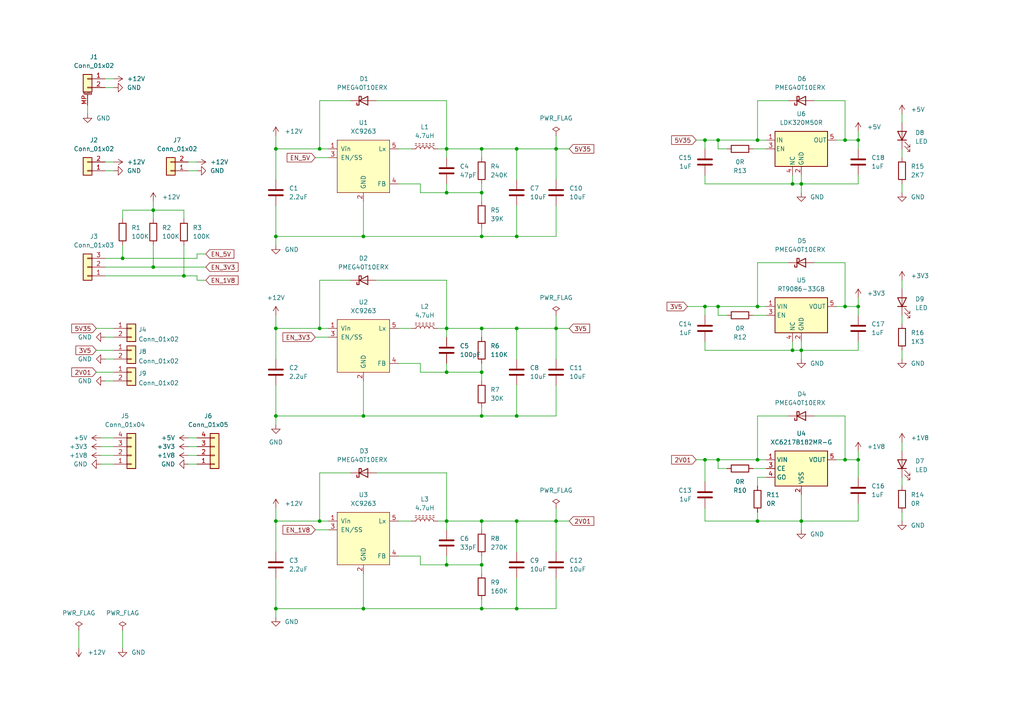
<source format=kicad_sch>
(kicad_sch (version 20211123) (generator eeschema)
  (paper "A4")
  (title_block (title "mod_buck_xc9263") (date "2021-11-04") (rev "v1.0") (company "Antoine163"))
  (lib_symbols
    (symbol "AM163:LDK320M50R" (pin_names (offset 0.254))
      (property "Reference" "U" (at -3.81 5.715 0))
      (property "Value" "LDK320M50R" (at 0 5.715 0))
      (symbol "LDK320M50R_1_1"
        (pin power_in line (at -10.16 2.54 0) (length 2.54) (name "IN") (number "1"))
        (pin power_in line (at 0 -7.62 90) (length 2.54) (name "GND") (number "2"))
        (pin input line (at -10.16 0 0) (length 2.54) (name "EN") (number "3"))
        (pin free line (at -2.54 -7.62 90) (length 2.54) (name "NC") (number "4"))
        (pin power_out line (at 10.16 2.54 180) (length 2.54) (name "OUT") (number "5"))
      )
    )
    (symbol "AM163:RT9086-xxGB"
      (property "Reference" "U" (at 0 6.35 0))
      (property "Value" "RT9086-xxGB" (at 7.62 -6.35 0))
      (symbol "RT9086-xxGB_1_1"
        (pin power_in line (at -10.16 2.54 0) (length 2.54) (name "VIN") (number "1"))
        (pin power_in line (at 0 -7.62 90) (length 2.54) (name "GND") (number "2"))
        (pin input line (at -10.16 0 0) (length 2.54) (name "EN") (number "3"))
        (pin free line (at -2.54 -7.62 90) (length 2.54) (name "NC") (number "4"))
        (pin power_out line (at 10.16 2.54 180) (length 2.54) (name "VOUT") (number "5"))
      )
    )
    (symbol "AM163:XC6217"
      (property "Reference" "U" (at 6.35 6.35 0))
      (property "Value" "XC6217" (at -3.81 6.35 0))
      (symbol "XC6217_1_1"
        (pin power_in line (at -10.16 2.54 0) (length 2.54) (name "VIN") (number "1"))
        (pin power_in line (at 0 -7.62 90) (length 2.54) (name "VSS") (number "2"))
        (pin input line (at -10.16 0 0) (length 2.54) (name "CE") (number "3"))
        (pin input line (at -10.16 -2.54 0) (length 2.54) (name "GO") (number "4"))
        (pin power_out line (at 10.16 2.54 180) (length 2.54) (name "VOUT") (number "5"))
      )
    )
    (symbol "AM163:XC9263" (pin_names (offset 1.016))
      (property "Reference" "U" (at 5.08 8.89 0))
      (property "Value" "XC9263" (at 0 8.89 0))
      (symbol "XC9263_1_1"
        (pin power_in line (at -10.16 5.08 0) (length 2.54) (name "Vin") (number "1"))
        (pin power_in line (at 0 -10.16 90) (length 2.54) (name "GND") (number "2"))
        (pin input line (at -10.16 2.54 0) (length 2.54) (name "EN/SS") (number "3"))
        (pin input line (at 10.16 -5.08 180) (length 2.54) (name "FB") (number "4"))
        (pin output line (at 10.16 5.08 180) (length 2.54) (name "Lx") (number "5"))
      )
    )
    (symbol "Connector_Generic:Conn_01x02" (pin_names (offset 1.016) hide)
      (property "Reference" "J" (at 0 2.54 0))
      (property "Value" "Conn_01x02" (at 0 -5.08 0))
      (symbol "Conn_01x02_1_1"
        (pin passive line (at -5.08 0 0) (length 3.81) (name "Pin_1") (number "1"))
        (pin passive line (at -5.08 -2.54 0) (length 3.81) (name "Pin_2") (number "2"))
      )
    )
    (symbol "Connector_Generic:Conn_01x03" (pin_names (offset 1.016) hide)
      (property "Reference" "J" (at 0 5.08 0))
      (property "Value" "Conn_01x03" (at 0 -5.08 0))
      (symbol "Conn_01x03_1_1"
        (pin passive line (at -5.08 2.54 0) (length 3.81) (name "Pin_1") (number "1"))
        (pin passive line (at -5.08 0 0) (length 3.81) (name "Pin_2") (number "2"))
        (pin passive line (at -5.08 -2.54 0) (length 3.81) (name "Pin_3") (number "3"))
      )
    )
    (symbol "Connector_Generic:Conn_01x04" (pin_names (offset 1.016) hide)
      (property "Reference" "J" (at 0 5.08 0))
      (property "Value" "Conn_01x04" (at 0 -7.62 0))
      (symbol "Conn_01x04_1_1"
        (pin passive line (at -5.08 2.54 0) (length 3.81) (name "Pin_1") (number "1"))
        (pin passive line (at -5.08 0 0) (length 3.81) (name "Pin_2") (number "2"))
        (pin passive line (at -5.08 -2.54 0) (length 3.81) (name "Pin_3") (number "3"))
        (pin passive line (at -5.08 -5.08 0) (length 3.81) (name "Pin_4") (number "4"))
      )
    )
    (symbol "Connector_Generic_MountingPin:Conn_01x02_MountingPin" (pin_names (offset 1.016) hide)
      (property "Reference" "J" (at 0 2.54 0))
      (property "Value" "Conn_01x02_MountingPin" (at 1.27 -5.08 0))
      (symbol "Conn_01x02_MountingPin_1_1"
        (text "Mounting" (at 0 -4.191 0) (effects (font (size 0.381 0.381))))
        (pin passive line (at -5.08 0 0) (length 3.81) (name "Pin_1") (number "1"))
        (pin passive line (at -5.08 -2.54 0) (length 3.81) (name "Pin_2") (number "2"))
        (pin passive line (at 0 -7.62 90) (length 3.048) (name "MountPin") (number "MP"))
      )
    )
    (symbol "Device:C" (pin_numbers hide) (pin_names (offset 0.254))
      (property "Reference" "C" (at 0.635 2.54 0))
      (property "Value" "C" (at 0.635 -2.54 0))
      (symbol "C_1_1"
        (pin passive line (at 0 3.81 270) (length 2.794) (name "~") (number "1"))
        (pin passive line (at 0 -3.81 90) (length 2.794) (name "~") (number "2"))
      )
    )
    (symbol "Device:D_Schottky" (pin_numbers hide) (pin_names (offset 1.016) hide)
      (property "Reference" "D" (at 0 2.54 0))
      (property "Value" "D_Schottky" (at 0 -2.54 0))
      (symbol "D_Schottky_1_1"
        (pin passive line (at -3.81 0 0) (length 2.54) (name "K") (number "1"))
        (pin passive line (at 3.81 0 180) (length 2.54) (name "A") (number "2"))
      )
    )
    (symbol "Device:LED" (pin_numbers hide) (pin_names (offset 1.016) hide)
      (property "Reference" "D" (at 0 2.54 0))
      (property "Value" "LED" (at 0 -2.54 0))
      (symbol "LED_1_1"
        (pin passive line (at -3.81 0 0) (length 2.54) (name "K") (number "1"))
        (pin passive line (at 3.81 0 180) (length 2.54) (name "A") (number "2"))
      )
    )
    (symbol "Device:L_Ferrite" (pin_numbers hide) (pin_names (offset 1.016) hide)
      (property "Reference" "L" (at -1.27 0 90))
      (property "Value" "L_Ferrite" (at 2.794 0 90))
      (symbol "L_Ferrite_1_1"
        (pin passive line (at 0 3.81 270) (length 1.27) (name "1") (number "1"))
        (pin passive line (at 0 -3.81 90) (length 1.27) (name "2") (number "2"))
      )
    )
    (symbol "Device:R" (pin_numbers hide) (pin_names (offset 0))
      (property "Reference" "R" (at 2.032 0 90))
      (property "Value" "R" (at 0 0 90))
      (symbol "R_1_1"
        (pin passive line (at 0 3.81 270) (length 1.27) (name "~") (number "1"))
        (pin passive line (at 0 -3.81 90) (length 1.27) (name "~") (number "2"))
      )
    )
    (symbol "power:+12V" (power) (pin_names (offset 0))
      (property "Value" "+12V" (at 0 3.556 0))
      (symbol "+12V_1_1"
        (pin power_in line (at 0 0 90) (length 0) hide (name "+12V") (number "1"))
      )
    )
    (symbol "power:+1V8" (power) (pin_names (offset 0))
      (property "Value" "+1V8" (at 0 3.556 0))
      (symbol "+1V8_1_1"
        (pin power_in line (at 0 0 90) (length 0) hide (name "+1V8") (number "1"))
      )
    )
    (symbol "power:+3V3" (power) (pin_names (offset 0))
      (property "Value" "+3V3" (at 0 3.556 0))
      (symbol "+3V3_1_1"
        (pin power_in line (at 0 0 90) (length 0) hide (name "+3V3") (number "1"))
      )
    )
    (symbol "power:+5V" (power) (pin_names (offset 0))
      (property "Value" "+5V" (at 0 3.556 0))
      (symbol "+5V_1_1"
        (pin power_in line (at 0 0 90) (length 0) hide (name "+5V") (number "1"))
      )
    )
    (symbol "power:GND" (power) (pin_names (offset 0))
      (property "Value" "GND" (at 0 -3.81 0))
      (symbol "GND_1_1"
        (pin power_in line (at 0 0 270) (length 0) hide (name "GND") (number "1"))
      )
    )
    (symbol "power:PWR_FLAG" (power) (pin_numbers hide) (pin_names (offset 0) hide)
      (property "Value" "PWR_FLAG" (at 0 3.81 0))
      (symbol "PWR_FLAG_0_0"
        (pin power_out line (at 0 0 90) (length 0) (name "pwr") (number "1"))
      )
    )
  )
  (junction (at 129.54 151.13))
  (junction (at 232.41 151.13))
  (junction (at 105.41 176.53))
  (junction (at 149.86 120.65))
  (junction (at 245.11 133.35))
  (junction (at 139.7 107.95))
  (junction (at 149.86 151.13))
  (junction (at 149.86 176.53))
  (junction (at 248.92 133.35))
  (junction (at 92.71 43.18))
  (junction (at 129.54 163.83))
  (junction (at 80.01 95.25))
  (junction (at 245.11 88.9))
  (junction (at 80.01 120.65))
  (junction (at 149.86 43.18))
  (junction (at 229.87 101.6))
  (junction (at 53.34 80.01))
  (junction (at 208.28 88.9))
  (junction (at 161.29 151.13))
  (junction (at 229.87 53.34))
  (junction (at 219.71 133.35))
  (junction (at 139.7 95.25))
  (junction (at 139.7 68.58))
  (junction (at 204.47 88.9))
  (junction (at 80.01 43.18))
  (junction (at 139.7 55.88))
  (junction (at 129.54 55.88))
  (junction (at 232.41 53.34))
  (junction (at 80.01 176.53))
  (junction (at 92.71 151.13))
  (junction (at 139.7 163.83))
  (junction (at 161.29 95.25))
  (junction (at 248.92 88.9))
  (junction (at 129.54 43.18))
  (junction (at 129.54 95.25))
  (junction (at 208.28 133.35))
  (junction (at 35.56 74.93))
  (junction (at 44.45 77.47))
  (junction (at 139.7 176.53))
  (junction (at 219.71 40.64))
  (junction (at 161.29 43.18))
  (junction (at 204.47 133.35))
  (junction (at 139.7 120.65))
  (junction (at 149.86 68.58))
  (junction (at 80.01 68.58))
  (junction (at 219.71 88.9))
  (junction (at 245.11 40.64))
  (junction (at 149.86 95.25))
  (junction (at 105.41 68.58))
  (junction (at 44.45 60.96))
  (junction (at 248.92 40.64))
  (junction (at 208.28 40.64))
  (junction (at 92.71 95.25))
  (junction (at 232.41 101.6))
  (junction (at 129.54 107.95))
  (junction (at 139.7 43.18))
  (junction (at 105.41 120.65))
  (junction (at 80.01 151.13))
  (junction (at 219.71 151.13))
  (junction (at 139.7 151.13))
  (junction (at 204.47 40.64))
  (wire (pts (xy 30.48 77.47) (xy 44.45 77.47)))
  (wire (pts (xy 44.45 77.47) (xy 59.69 77.47)))
  (wire (pts (xy 53.34 71.12) (xy 53.34 80.01)))
  (wire (pts (xy 248.92 146.05) (xy 248.92 151.13)))
  (wire (pts (xy 248.92 151.13) (xy 232.41 151.13)))
  (wire (pts (xy 105.41 120.65) (xy 80.01 120.65)))
  (wire (pts (xy 33.02 107.95) (xy 27.94 107.95)))
  (wire (pts (xy 161.29 95.25) (xy 149.86 95.25)))
  (wire (pts (xy 261.62 101.6) (xy 261.62 104.14)))
  (wire (pts (xy 261.62 33.02) (xy 261.62 35.56)))
  (wire (pts (xy 248.92 99.06) (xy 248.92 101.6)))
  (wire (pts (xy 248.92 101.6) (xy 232.41 101.6)))
  (wire (pts (xy 161.29 160.02) (xy 161.29 151.13)))
  (wire (pts (xy 115.57 151.13) (xy 119.38 151.13)))
  (wire (pts (xy 204.47 50.8) (xy 204.47 53.34)))
  (wire (pts (xy 204.47 53.34) (xy 229.87 53.34)))
  (wire (pts (xy 261.62 138.43) (xy 261.62 140.97)))
  (wire (pts (xy 161.29 151.13) (xy 149.86 151.13)))
  (wire (pts (xy 208.28 91.44) (xy 208.28 88.9)))
  (wire (pts (xy 210.82 91.44) (xy 208.28 91.44)))
  (wire (pts (xy 33.02 132.08) (xy 29.21 132.08)))
  (wire (pts (xy 161.29 43.18) (xy 149.86 43.18)))
  (wire (pts (xy 161.29 52.07) (xy 161.29 43.18)))
  (wire (pts (xy 129.54 105.41) (xy 129.54 107.95)))
  (wire (pts (xy 129.54 95.25) (xy 139.7 95.25)))
  (wire (pts (xy 204.47 40.64) (xy 208.28 40.64)))
  (wire (pts (xy 208.28 40.64) (xy 219.71 40.64)))
  (wire (pts (xy 201.93 40.64) (xy 204.47 40.64)))
  (wire (pts (xy 219.71 40.64) (xy 222.25 40.64)))
  (wire (pts (xy 92.71 137.16) (xy 92.71 151.13)))
  (wire (pts (xy 33.02 127) (xy 29.21 127)))
  (wire (pts (xy 30.48 74.93) (xy 35.56 74.93)))
  (wire (pts (xy 35.56 74.93) (xy 57.15 74.93)))
  (wire (pts (xy 208.28 43.18) (xy 208.28 40.64)))
  (wire (pts (xy 210.82 43.18) (xy 208.28 43.18)))
  (wire (pts (xy 80.01 151.13) (xy 92.71 151.13)))
  (wire (pts (xy 22.86 182.88) (xy 22.86 187.96)))
  (wire (pts (xy 236.22 120.65) (xy 245.11 120.65)))
  (wire (pts (xy 245.11 120.65) (xy 245.11 133.35)))
  (wire (pts (xy 161.29 120.65) (xy 149.86 120.65)))
  (wire (pts (xy 109.22 137.16) (xy 129.54 137.16)))
  (wire (pts (xy 219.71 29.21) (xy 219.71 40.64)))
  (wire (pts (xy 228.6 29.21) (xy 219.71 29.21)))
  (wire (pts (xy 219.71 148.59) (xy 219.71 151.13)))
  (wire (pts (xy 219.71 151.13) (xy 232.41 151.13)))
  (wire (pts (xy 242.57 88.9) (xy 245.11 88.9)))
  (wire (pts (xy 245.11 88.9) (xy 248.92 88.9)))
  (wire (pts (xy 248.92 88.9) (xy 248.92 91.44)))
  (wire (pts (xy 161.29 91.44) (xy 161.29 95.25)))
  (wire (pts (xy 115.57 161.29) (xy 121.92 161.29)))
  (wire (pts (xy 33.02 104.14) (xy 30.48 104.14)))
  (wire (pts (xy 80.01 120.65) (xy 80.01 123.19)))
  (wire (pts (xy 25.4 30.48) (xy 25.4 33.02)))
  (wire (pts (xy 149.86 95.25) (xy 139.7 95.25)))
  (wire (pts (xy 204.47 88.9) (xy 204.47 91.44)))
  (wire (pts (xy 91.44 153.67) (xy 95.25 153.67)))
  (wire (pts (xy 33.02 110.49) (xy 30.48 110.49)))
  (wire (pts (xy 139.7 151.13) (xy 139.7 153.67)))
  (wire (pts (xy 129.54 55.88) (xy 139.7 55.88)))
  (wire (pts (xy 129.54 53.34) (xy 129.54 55.88)))
  (wire (pts (xy 30.48 46.99) (xy 33.02 46.99)))
  (wire (pts (xy 57.15 129.54) (xy 54.61 129.54)))
  (wire (pts (xy 57.15 132.08) (xy 54.61 132.08)))
  (wire (pts (xy 161.29 59.69) (xy 161.29 68.58)))
  (wire (pts (xy 161.29 68.58) (xy 149.86 68.58)))
  (wire (pts (xy 245.11 133.35) (xy 248.92 133.35)))
  (wire (pts (xy 242.57 133.35) (xy 245.11 133.35)))
  (wire (pts (xy 248.92 133.35) (xy 248.92 138.43)))
  (wire (pts (xy 33.02 97.79) (xy 30.48 97.79)))
  (wire (pts (xy 80.01 59.69) (xy 80.01 68.58)))
  (wire (pts (xy 80.01 68.58) (xy 80.01 71.12)))
  (wire (pts (xy 109.22 81.28) (xy 129.54 81.28)))
  (wire (pts (xy 149.86 176.53) (xy 139.7 176.53)))
  (wire (pts (xy 242.57 40.64) (xy 245.11 40.64)))
  (wire (pts (xy 245.11 40.64) (xy 248.92 40.64)))
  (wire (pts (xy 248.92 40.64) (xy 248.92 43.18)))
  (wire (pts (xy 129.54 151.13) (xy 139.7 151.13)))
  (wire (pts (xy 236.22 76.2) (xy 245.11 76.2)))
  (wire (pts (xy 245.11 76.2) (xy 245.11 88.9)))
  (wire (pts (xy 105.41 110.49) (xy 105.41 120.65)))
  (wire (pts (xy 80.01 39.37) (xy 80.01 43.18)))
  (wire (pts (xy 80.01 43.18) (xy 80.01 52.07)))
  (wire (pts (xy 204.47 133.35) (xy 204.47 139.7)))
  (wire (pts (xy 139.7 95.25) (xy 139.7 97.79)))
  (wire (pts (xy 248.92 50.8) (xy 248.92 53.34)))
  (wire (pts (xy 248.92 53.34) (xy 232.41 53.34)))
  (wire (pts (xy 218.44 135.89) (xy 222.25 135.89)))
  (wire (pts (xy 149.86 151.13) (xy 139.7 151.13)))
  (wire (pts (xy 80.01 147.32) (xy 80.01 151.13)))
  (wire (pts (xy 35.56 60.96) (xy 44.45 60.96)))
  (wire (pts (xy 35.56 63.5) (xy 35.56 60.96)))
  (wire (pts (xy 54.61 49.53) (xy 57.15 49.53)))
  (wire (pts (xy 54.61 134.62) (xy 57.15 134.62)))
  (wire (pts (xy 129.54 137.16) (xy 129.54 151.13)))
  (wire (pts (xy 139.7 120.65) (xy 105.41 120.65)))
  (wire (pts (xy 54.61 127) (xy 57.15 127)))
  (wire (pts (xy 127 43.18) (xy 129.54 43.18)))
  (wire (pts (xy 129.54 43.18) (xy 139.7 43.18)))
  (wire (pts (xy 139.7 43.18) (xy 139.7 45.72)))
  (wire (pts (xy 33.02 134.62) (xy 29.21 134.62)))
  (wire (pts (xy 80.01 43.18) (xy 92.71 43.18)))
  (wire (pts (xy 92.71 43.18) (xy 95.25 43.18)))
  (wire (pts (xy 57.15 73.66) (xy 57.15 74.93)))
  (wire (pts (xy 59.69 73.66) (xy 57.15 73.66)))
  (wire (pts (xy 115.57 43.18) (xy 119.38 43.18)))
  (wire (pts (xy 161.29 176.53) (xy 149.86 176.53)))
  (wire (pts (xy 30.48 25.4) (xy 33.02 25.4)))
  (wire (pts (xy 121.92 163.83) (xy 129.54 163.83)))
  (wire (pts (xy 229.87 50.8) (xy 229.87 53.34)))
  (wire (pts (xy 229.87 53.34) (xy 232.41 53.34)))
  (wire (pts (xy 232.41 53.34) (xy 232.41 50.8)))
  (wire (pts (xy 139.7 163.83) (xy 139.7 166.37)))
  (wire (pts (xy 33.02 101.6) (xy 27.94 101.6)))
  (wire (pts (xy 80.01 111.76) (xy 80.01 120.65)))
  (wire (pts (xy 80.01 91.44) (xy 80.01 95.25)))
  (wire (pts (xy 44.45 60.96) (xy 44.45 63.5)))
  (wire (pts (xy 218.44 91.44) (xy 222.25 91.44)))
  (wire (pts (xy 208.28 133.35) (xy 219.71 133.35)))
  (wire (pts (xy 219.71 133.35) (xy 222.25 133.35)))
  (wire (pts (xy 201.93 133.35) (xy 204.47 133.35)))
  (wire (pts (xy 204.47 133.35) (xy 208.28 133.35)))
  (wire (pts (xy 236.22 29.21) (xy 245.11 29.21)))
  (wire (pts (xy 245.11 29.21) (xy 245.11 40.64)))
  (wire (pts (xy 161.29 95.25) (xy 165.1 95.25)))
  (wire (pts (xy 80.01 95.25) (xy 80.01 104.14)))
  (wire (pts (xy 129.54 161.29) (xy 129.54 163.83)))
  (wire (pts (xy 261.62 148.59) (xy 261.62 151.13)))
  (wire (pts (xy 139.7 107.95) (xy 139.7 110.49)))
  (wire (pts (xy 232.41 53.34) (xy 232.41 55.88)))
  (wire (pts (xy 139.7 173.99) (xy 139.7 176.53)))
  (wire (pts (xy 129.54 163.83) (xy 139.7 163.83)))
  (wire (pts (xy 129.54 29.21) (xy 129.54 43.18)))
  (wire (pts (xy 109.22 29.21) (xy 129.54 29.21)))
  (wire (pts (xy 92.71 81.28) (xy 92.71 95.25)))
  (wire (pts (xy 248.92 130.81) (xy 248.92 133.35)))
  (wire (pts (xy 121.92 107.95) (xy 129.54 107.95)))
  (wire (pts (xy 161.29 111.76) (xy 161.29 120.65)))
  (wire (pts (xy 80.01 176.53) (xy 80.01 179.07)))
  (wire (pts (xy 115.57 53.34) (xy 121.92 53.34)))
  (wire (pts (xy 121.92 53.34) (xy 121.92 55.88)))
  (wire (pts (xy 121.92 55.88) (xy 129.54 55.88)))
  (wire (pts (xy 105.41 176.53) (xy 80.01 176.53)))
  (wire (pts (xy 261.62 53.34) (xy 261.62 55.88)))
  (wire (pts (xy 129.54 151.13) (xy 129.54 153.67)))
  (wire (pts (xy 30.48 22.86) (xy 33.02 22.86)))
  (wire (pts (xy 149.86 68.58) (xy 139.7 68.58)))
  (wire (pts (xy 149.86 59.69) (xy 149.86 68.58)))
  (wire (pts (xy 121.92 105.41) (xy 121.92 107.95)))
  (wire (pts (xy 204.47 40.64) (xy 204.47 43.18)))
  (wire (pts (xy 161.29 104.14) (xy 161.29 95.25)))
  (wire (pts (xy 248.92 38.1) (xy 248.92 40.64)))
  (wire (pts (xy 53.34 80.01) (xy 30.48 80.01)))
  (wire (pts (xy 57.15 80.01) (xy 53.34 80.01)))
  (wire (pts (xy 57.15 81.28) (xy 57.15 80.01)))
  (wire (pts (xy 59.69 81.28) (xy 57.15 81.28)))
  (wire (pts (xy 261.62 91.44) (xy 261.62 93.98)))
  (wire (pts (xy 44.45 60.96) (xy 53.34 60.96)))
  (wire (pts (xy 44.45 60.96) (xy 44.45 58.42)))
  (wire (pts (xy 53.34 63.5) (xy 53.34 60.96)))
  (wire (pts (xy 210.82 135.89) (xy 208.28 135.89)))
  (wire (pts (xy 208.28 135.89) (xy 208.28 133.35)))
  (wire (pts (xy 80.01 151.13) (xy 80.01 160.02)))
  (wire (pts (xy 91.44 97.79) (xy 95.25 97.79)))
  (wire (pts (xy 219.71 120.65) (xy 219.71 133.35)))
  (wire (pts (xy 228.6 120.65) (xy 219.71 120.65)))
  (wire (pts (xy 149.86 167.64) (xy 149.86 176.53)))
  (wire (pts (xy 139.7 118.11) (xy 139.7 120.65)))
  (wire (pts (xy 139.7 53.34) (xy 139.7 55.88)))
  (wire (pts (xy 139.7 55.88) (xy 139.7 58.42)))
  (wire (pts (xy 139.7 176.53) (xy 105.41 176.53)))
  (wire (pts (xy 92.71 151.13) (xy 95.25 151.13)))
  (wire (pts (xy 139.7 105.41) (xy 139.7 107.95)))
  (wire (pts (xy 261.62 81.28) (xy 261.62 83.82)))
  (wire (pts (xy 92.71 29.21) (xy 92.71 43.18)))
  (wire (pts (xy 101.6 29.21) (xy 92.71 29.21)))
  (wire (pts (xy 149.86 160.02) (xy 149.86 151.13)))
  (wire (pts (xy 91.44 45.72) (xy 95.25 45.72)))
  (wire (pts (xy 149.86 104.14) (xy 149.86 95.25)))
  (wire (pts (xy 248.92 86.36) (xy 248.92 88.9)))
  (wire (pts (xy 35.56 71.12) (xy 35.56 74.93)))
  (wire (pts (xy 127 95.25) (xy 129.54 95.25)))
  (wire (pts (xy 44.45 71.12) (xy 44.45 77.47)))
  (wire (pts (xy 80.01 95.25) (xy 92.71 95.25)))
  (wire (pts (xy 149.86 120.65) (xy 139.7 120.65)))
  (wire (pts (xy 101.6 137.16) (xy 92.71 137.16)))
  (wire (pts (xy 129.54 43.18) (xy 129.54 45.72)))
  (wire (pts (xy 115.57 105.41) (xy 121.92 105.41)))
  (wire (pts (xy 161.29 39.37) (xy 161.29 43.18)))
  (wire (pts (xy 127 151.13) (xy 129.54 151.13)))
  (wire (pts (xy 139.7 161.29) (xy 139.7 163.83)))
  (wire (pts (xy 129.54 95.25) (xy 129.54 97.79)))
  (wire (pts (xy 161.29 151.13) (xy 165.1 151.13)))
  (wire (pts (xy 149.86 111.76) (xy 149.86 120.65)))
  (wire (pts (xy 204.47 99.06) (xy 204.47 101.6)))
  (wire (pts (xy 204.47 101.6) (xy 229.87 101.6)))
  (wire (pts (xy 161.29 43.18) (xy 165.1 43.18)))
  (wire (pts (xy 121.92 161.29) (xy 121.92 163.83)))
  (wire (pts (xy 229.87 99.06) (xy 229.87 101.6)))
  (wire (pts (xy 229.87 101.6) (xy 232.41 101.6)))
  (wire (pts (xy 129.54 107.95) (xy 139.7 107.95)))
  (wire (pts (xy 232.41 143.51) (xy 232.41 151.13)))
  (wire (pts (xy 232.41 151.13) (xy 232.41 153.67)))
  (wire (pts (xy 232.41 99.06) (xy 232.41 101.6)))
  (wire (pts (xy 232.41 101.6) (xy 232.41 104.14)))
  (wire (pts (xy 92.71 95.25) (xy 95.25 95.25)))
  (wire (pts (xy 161.29 167.64) (xy 161.29 176.53)))
  (wire (pts (xy 80.01 167.64) (xy 80.01 176.53)))
  (wire (pts (xy 219.71 138.43) (xy 219.71 140.97)))
  (wire (pts (xy 222.25 138.43) (xy 219.71 138.43)))
  (wire (pts (xy 204.47 147.32) (xy 204.47 151.13)))
  (wire (pts (xy 204.47 151.13) (xy 219.71 151.13)))
  (wire (pts (xy 115.57 95.25) (xy 119.38 95.25)))
  (wire (pts (xy 33.02 129.54) (xy 29.21 129.54)))
  (wire (pts (xy 261.62 128.27) (xy 261.62 130.81)))
  (wire (pts (xy 199.39 88.9) (xy 204.47 88.9)))
  (wire (pts (xy 204.47 88.9) (xy 208.28 88.9)))
  (wire (pts (xy 219.71 88.9) (xy 222.25 88.9)))
  (wire (pts (xy 208.28 88.9) (xy 219.71 88.9)))
  (wire (pts (xy 139.7 66.04) (xy 139.7 68.58)))
  (wire (pts (xy 105.41 68.58) (xy 80.01 68.58)))
  (wire (pts (xy 139.7 68.58) (xy 105.41 68.58)))
  (wire (pts (xy 105.41 166.37) (xy 105.41 176.53)))
  (wire (pts (xy 261.62 43.18) (xy 261.62 45.72)))
  (wire (pts (xy 105.41 58.42) (xy 105.41 68.58)))
  (wire (pts (xy 149.86 43.18) (xy 139.7 43.18)))
  (wire (pts (xy 149.86 52.07) (xy 149.86 43.18)))
  (wire (pts (xy 219.71 76.2) (xy 219.71 88.9)))
  (wire (pts (xy 228.6 76.2) (xy 219.71 76.2)))
  (wire (pts (xy 218.44 43.18) (xy 222.25 43.18)))
  (wire (pts (xy 101.6 81.28) (xy 92.71 81.28)))
  (wire (pts (xy 161.29 147.32) (xy 161.29 151.13)))
  (wire (pts (xy 35.56 182.88) (xy 35.56 187.96)))
  (wire (pts (xy 33.02 95.25) (xy 27.94 95.25)))
  (wire (pts (xy 129.54 81.28) (xy 129.54 95.25)))
  (wire (pts (xy 30.48 49.53) (xy 33.02 49.53)))
  (wire (pts (xy 54.61 46.99) (xy 57.15 46.99)))
  (global_label "3V5" (shape input) (at 165.1 95.25 0) (property "Intersheet References" "${INTERSHEET_REFS}" (effects hide)))
  (global_label "2V01" (shape input) (at 201.93 133.35 180) (property "Intersheet References" "${INTERSHEET_REFS}" (effects hide)))
  (global_label "EN_1V8" (shape input) (at 91.44 153.67 180) (property "Intersheet References" "${INTERSHEET_REFS}" (effects hide)))
  (global_label "2V01" (shape input) (at 27.94 107.95 180) (property "Intersheet References" "${INTERSHEET_REFS}" (effects hide)))
  (global_label "2V01" (shape input) (at 165.1 151.13 0) (property "Intersheet References" "${INTERSHEET_REFS}" (effects hide)))
  (global_label "5V35" (shape input) (at 27.94 95.25 180) (property "Intersheet References" "${INTERSHEET_REFS}" (effects hide)))
  (global_label "EN_5V" (shape input) (at 59.69 73.66 0) (property "Intersheet References" "${INTERSHEET_REFS}" (effects hide)))
  (global_label "EN_3V3" (shape input) (at 59.69 77.47 0) (property "Intersheet References" "${INTERSHEET_REFS}" (effects hide)))
  (global_label "EN_5V" (shape input) (at 91.44 45.72 180) (property "Intersheet References" "${INTERSHEET_REFS}" (effects hide)))
  (global_label "5V35" (shape input) (at 201.93 40.64 180) (property "Intersheet References" "${INTERSHEET_REFS}" (effects hide)))
  (global_label "EN_3V3" (shape input) (at 91.44 97.79 180) (property "Intersheet References" "${INTERSHEET_REFS}" (effects hide)))
  (global_label "3V5" (shape input) (at 27.94 101.6 180) (property "Intersheet References" "${INTERSHEET_REFS}" (effects hide)))
  (global_label "5V35" (shape input) (at 165.1 43.18 0) (property "Intersheet References" "${INTERSHEET_REFS}" (effects hide)))
  (global_label "3V5" (shape input) (at 199.39 88.9 180) (property "Intersheet References" "${INTERSHEET_REFS}" (effects hide)))
  (global_label "EN_1V8" (shape input) (at 59.69 81.28 0) (property "Intersheet References" "${INTERSHEET_REFS}" (effects hide)))
  (symbol (lib_id "Device:D_Schottky") (at 232.41 120.65 0) (mirror x) (unit 1)
    (property "Reference" "D4" (at 231.2416 114.3 0) (effects (justify left)))
    (property "Value" "PMEG40T10ERX" (at 224.663 116.84 0) (effects (justify left)))
    (property "Footprint" "Diode_SMD:Nexperia_CFP3_SOD-123W" (effects hide))
    (property "Datasheet" "https://assets.nexperia.com/documents/data-sheet/PMEG40T10ER.pdf" (effects hide))
    (property "Vendor" "Nexperia:PMEG40T10ERX" (effects hide))
  )
  (symbol (lib_id "Device:LED") (at 261.62 87.63 90) (unit 1)
    (property "Reference" "D9" (at 265.43 86.7409 90) (effects (justify right)))
    (property "Value" "LED" (at 265.43 89.2809 90) (effects (justify right)))
    (property "Footprint" "LED_SMD:LED_0603_1608Metric_Pad1.05x0.95mm_HandSolder" (effects hide))
    (property "Datasheet" "https://www.we-online.com/catalog/datasheet/150060SS75000.pdf" (effects hide))
    (property "Vendor" "Wurth:150060SS75000" (effects hide))
  )
  (symbol (lib_id "Device:C") (at 204.47 95.25 0) (mirror x) (unit 1)
    (property "Reference" "C14" (at 200.66 93.9799 0) (effects (justify right)))
    (property "Value" "1uF" (at 200.66 96.5199 0) (effects (justify right)))
    (property "Footprint" "Capacitor_SMD:C_0603_1608Metric_Pad1.08x0.95mm_HandSolder" (effects hide))
  )
  (symbol (lib_id "Device:R") (at 53.34 67.31 0) (mirror y) (unit 1)
    (property "Reference" "R3" (at 55.88 66.0399 0) (effects (justify right)))
    (property "Value" "100K" (at 55.88 68.5799 0) (effects (justify right)))
    (property "Footprint" "Resistor_SMD:R_0402_1005Metric_Pad0.72x0.64mm_HandSolder" (effects hide))
  )
  (symbol (lib_id "Device:R") (at 261.62 97.79 0) (unit 1)
    (property "Reference" "R16" (at 264.16 96.5199 0) (effects (justify left)))
    (property "Value" "1K3" (at 264.16 99.0599 0) (effects (justify left)))
    (property "Footprint" "Resistor_SMD:R_0402_1005Metric_Pad0.72x0.64mm_HandSolder" (effects hide))
  )
  (symbol (lib_id "power:GND") (at 29.21 134.62 270) (mirror x) (unit 1)
    (property "Reference" "#PWR0108" (effects hide))
    (property "Value" "GND" (at 25.4 134.6199 90) (effects (justify right)))
  )
  (symbol (lib_id "Device:C") (at 80.01 163.83 0) (unit 1)
    (property "Reference" "C3" (at 83.82 162.5599 0) (effects (justify left)))
    (property "Value" "2.2uF" (at 83.82 165.0999 0) (effects (justify left)))
    (property "Footprint" "Capacitor_SMD:C_0603_1608Metric_Pad1.08x0.95mm_HandSolder" (effects hide))
  )
  (symbol (lib_id "Device:C") (at 248.92 142.24 0) (unit 1)
    (property "Reference" "C16" (at 252.73 140.9699 0) (effects (justify left)))
    (property "Value" "1uF" (at 252.73 143.5099 0) (effects (justify left)))
    (property "Footprint" "Capacitor_SMD:C_0603_1608Metric_Pad1.08x0.95mm_HandSolder" (effects hide))
  )
  (symbol (lib_id "Device:L_Ferrite") (at 123.19 151.13 90) (unit 1)
    (property "Reference" "L3" (at 123.19 144.78 90))
    (property "Value" "4.7uH" (at 123.19 147.32 90))
    (property "Footprint" "AM163:L_TDK_VLS252012HBX_Handsoldering" (effects hide))
    (property "Datasheet" "https://product.tdk.com/system/files/dam/doc/product/inductor/inductor/smd/catalog/inductor_commercial_power_vls252012hbx-1_en.pdf" (effects hide))
    (property "Vendor" "TDK:VLS252012HBX-4R7M-1" (effects hide))
  )
  (symbol (lib_id "power:GND") (at 25.4 33.02 0) (mirror y) (unit 1)
    (property "Reference" "#PWR0135" (effects hide))
    (property "Value" "GND" (at 27.94 34.2899 0) (effects (justify right)))
  )
  (symbol (lib_id "power:GND") (at 35.56 187.96 0) (unit 1)
    (property "Reference" "#PWR0139" (effects hide))
    (property "Value" "GND" (at 38.1 189.2298 0) (effects (justify left)))
  )
  (symbol (lib_id "Device:D_Schottky") (at 105.41 81.28 0) (mirror x) (unit 1)
    (property "Reference" "D2" (at 105.41 74.93 0))
    (property "Value" "PMEG40T10ERX" (at 105.41 77.47 0))
    (property "Footprint" "Diode_SMD:Nexperia_CFP3_SOD-123W" (effects hide))
    (property "Datasheet" "https://assets.nexperia.com/documents/data-sheet/PMEG40T10ER.pdf" (effects hide))
    (property "Vendor" "Nexperia:PMEG40T10ERX" (effects hide))
  )
  (symbol (lib_id "AM163:RT9086-xxGB") (at 232.41 91.44 0) (unit 1)
    (property "Reference" "U5" (at 232.41 81.28 0))
    (property "Value" "RT9086-33GB" (at 232.41 83.82 0))
    (property "Footprint" "Package_TO_SOT_SMD:SOT-23-5" (effects hide))
    (property "Datasheet" "https://www.richtek.com/assets/product_file/RT9086/DS9086-07.pdf" (effects hide))
  )
  (symbol (lib_id "Device:C") (at 248.92 46.99 0) (unit 1)
    (property "Reference" "C18" (at 252.73 45.7199 0) (effects (justify left)))
    (property "Value" "1uF" (at 252.73 48.2599 0) (effects (justify left)))
    (property "Footprint" "Capacitor_SMD:C_0603_1608Metric_Pad1.08x0.95mm_HandSolder" (effects hide))
  )
  (symbol (lib_id "power:+1V8") (at 248.92 130.81 0) (unit 1)
    (property "Reference" "#PWR0122" (effects hide))
    (property "Value" "+1V8" (at 251.46 129.5399 0) (effects (justify left)))
  )
  (symbol (lib_id "power:GND") (at 261.62 151.13 0) (unit 1)
    (property "Reference" "#PWR0124" (effects hide))
    (property "Value" "GND" (at 264.16 152.3999 0) (effects (justify left)))
  )
  (symbol (lib_id "Device:C") (at 161.29 55.88 0) (unit 1)
    (property "Reference" "C10" (at 165.1 54.6099 0) (effects (justify left)))
    (property "Value" "10uF" (at 165.1 57.1499 0) (effects (justify left)))
    (property "Footprint" "Capacitor_SMD:C_0805_2012Metric_Pad1.18x1.45mm_HandSolder" (effects hide))
  )
  (symbol (lib_id "Connector_Generic:Conn_01x02") (at 38.1 107.95 0) (unit 1)
    (property "Reference" "J9" (at 40.132 108.3115 0) (effects (justify left)))
    (property "Value" "Conn_01x02" (at 40.132 111.0866 0) (effects (justify left)))
    (property "Footprint" "Connector_JST:JST_PH_B2B-PH-K_1x02_P2.00mm_Vertical" (effects hide))
    (property "Datasheet" "https://www.jst.fr/core/file.get?path=doc/jst/family/pdf/ePH.pdf" (effects hide))
    (property "Vendor" "JST:B2B-PH-K-S" (effects hide))
  )
  (symbol (lib_id "power:GND") (at 33.02 49.53 90) (unit 1)
    (property "Reference" "#PWR0101" (effects hide))
    (property "Value" "GND" (at 36.83 49.5299 90) (effects (justify right)))
  )
  (symbol (lib_id "power:+12V") (at 80.01 147.32 0) (unit 1)
    (property "Reference" "#PWR0116" (effects hide))
    (property "Value" "+12V" (at 82.55 146.0499 0) (effects (justify left)))
  )
  (symbol (lib_id "Device:L_Ferrite") (at 123.19 43.18 90) (unit 1)
    (property "Reference" "L1" (at 123.19 36.83 90))
    (property "Value" "4.7uH" (at 123.19 39.37 90))
    (property "Footprint" "AM163:L_TDK_VLS252012HBX_Handsoldering" (effects hide))
    (property "Datasheet" "https://product.tdk.com/system/files/dam/doc/product/inductor/inductor/smd/catalog/inductor_commercial_power_vls252012hbx-1_en.pdf" (effects hide))
    (property "Vendor" "TDK:VLS252012HBX-4R7M-1" (effects hide))
  )
  (symbol (lib_id "power:+3V3") (at 248.92 86.36 0) (mirror y) (unit 1)
    (property "Reference" "#PWR0123" (effects hide))
    (property "Value" "+3V3" (at 251.46 85.0899 0) (effects (justify right)))
  )
  (symbol (lib_id "AM163:XC6217") (at 232.41 135.89 0) (unit 1)
    (property "Reference" "U4" (at 232.41 125.73 0))
    (property "Value" "XC6217B182MR-G" (at 232.41 128.27 0))
    (property "Footprint" "Package_TO_SOT_SMD:SOT-23-5" (effects hide))
    (property "Datasheet" "https://www.torexsemi.com/file/xc6217/XC6217.pdf" (effects hide))
  )
  (symbol (lib_id "Device:C") (at 204.47 46.99 0) (mirror x) (unit 1)
    (property "Reference" "C15" (at 200.66 45.7199 0) (effects (justify right)))
    (property "Value" "1uF" (at 200.66 48.2599 0) (effects (justify right)))
    (property "Footprint" "Capacitor_SMD:C_0603_1608Metric_Pad1.08x0.95mm_HandSolder" (effects hide))
  )
  (symbol (lib_id "power:+3V3") (at 54.61 129.54 90) (mirror x) (unit 1)
    (property "Reference" "#PWR0110" (effects hide))
    (property "Value" "+3V3" (at 50.8 129.5399 90) (effects (justify left)))
  )
  (symbol (lib_id "power:+3V3") (at 261.62 81.28 0) (mirror y) (unit 1)
    (property "Reference" "#PWR0133" (effects hide))
    (property "Value" "+3V3" (at 264.16 80.0099 0) (effects (justify right)))
  )
  (symbol (lib_id "power:GND") (at 57.15 49.53 90) (unit 1)
    (property "Reference" "#PWR0128" (effects hide))
    (property "Value" "GND" (at 60.96 49.5299 90) (effects (justify right)))
  )
  (symbol (lib_id "power:+1V8") (at 29.21 132.08 90) (mirror x) (unit 1)
    (property "Reference" "#PWR0107" (effects hide))
    (property "Value" "+1V8" (at 25.4 132.0799 90) (effects (justify left)))
  )
  (symbol (lib_id "power:GND") (at 232.41 153.67 0) (unit 1)
    (property "Reference" "#PWR0126" (effects hide))
    (property "Value" "GND" (at 234.95 154.9399 0) (effects (justify left)))
  )
  (symbol (lib_id "power:+12V") (at 44.45 58.42 0) (unit 1)
    (property "Reference" "#PWR0105" (effects hide))
    (property "Value" "+12V" (at 46.99 57.1499 0) (effects (justify left)))
  )
  (symbol (lib_id "Device:C") (at 149.86 163.83 0) (unit 1)
    (property "Reference" "C9" (at 153.67 162.5599 0) (effects (justify left)))
    (property "Value" "10uF" (at 153.67 165.0999 0) (effects (justify left)))
    (property "Footprint" "Capacitor_SMD:C_0805_2012Metric_Pad1.18x1.45mm_HandSolder" (effects hide))
  )
  (symbol (lib_id "AM163:XC9263") (at 105.41 48.26 0) (unit 1)
    (property "Reference" "U1" (at 105.41 35.56 0))
    (property "Value" "XC9263" (at 105.41 38.1 0))
    (property "Footprint" "Package_TO_SOT_SMD:SOT-23-5" (effects hide))
    (property "Datasheet" "https://www.torexsemi.com/file/xc9263/XC9263-XC9264.pdf" (effects hide))
  )
  (symbol (lib_id "power:PWR_FLAG") (at 161.29 147.32 0) (unit 1)
    (property "Reference" "#FLG0103" (effects hide))
    (property "Value" "PWR_FLAG" (at 161.29 142.24 0))
  )
  (symbol (lib_id "power:GND") (at 30.48 110.49 270) (unit 1)
    (property "Reference" "#PWR0113" (effects hide))
    (property "Value" "GND" (at 26.67 110.4901 90) (effects (justify right)))
  )
  (symbol (lib_id "Device:R") (at 139.7 157.48 0) (unit 1)
    (property "Reference" "R8" (at 142.24 156.2099 0) (effects (justify left)))
    (property "Value" "270K" (at 142.24 158.7499 0) (effects (justify left)))
    (property "Footprint" "Resistor_SMD:R_0402_1005Metric_Pad0.72x0.64mm_HandSolder" (effects hide))
  )
  (symbol (lib_id "power:GND") (at 54.61 134.62 270) (unit 1)
    (property "Reference" "#PWR0112" (effects hide))
    (property "Value" "GND" (at 50.8 134.6199 90) (effects (justify right)))
  )
  (symbol (lib_id "Device:C") (at 129.54 101.6 0) (unit 1)
    (property "Reference" "C5" (at 133.35 100.3299 0) (effects (justify left)))
    (property "Value" "100pF" (at 133.35 102.8699 0) (effects (justify left)))
    (property "Footprint" "Capacitor_SMD:C_0402_1005Metric_Pad0.74x0.62mm_HandSolder" (effects hide))
  )
  (symbol (lib_id "Device:C") (at 204.47 143.51 0) (mirror x) (unit 1)
    (property "Reference" "C13" (at 200.66 142.2399 0) (effects (justify right)))
    (property "Value" "1uF" (at 200.66 144.7799 0) (effects (justify right)))
    (property "Footprint" "Capacitor_SMD:C_0603_1608Metric_Pad1.08x0.95mm_HandSolder" (effects hide))
  )
  (symbol (lib_id "power:+12V") (at 33.02 22.86 270) (mirror x) (unit 1)
    (property "Reference" "#PWR0104" (effects hide))
    (property "Value" "+12V" (at 36.83 22.8601 90) (effects (justify left)))
  )
  (symbol (lib_id "AM163:LDK320M50R") (at 232.41 43.18 0) (unit 1)
    (property "Reference" "U6" (at 232.41 33.02 0))
    (property "Value" "LDK320M50R" (at 232.41 35.56 0))
    (property "Footprint" "Package_TO_SOT_SMD:SOT-23-5" (effects hide))
    (property "Datasheet" "https://www.st.com/resource/en/datasheet/ldk320.pdf" (effects hide))
  )
  (symbol (lib_id "Device:C") (at 149.86 55.88 0) (unit 1)
    (property "Reference" "C7" (at 153.67 54.6099 0) (effects (justify left)))
    (property "Value" "10uF" (at 153.67 57.1499 0) (effects (justify left)))
    (property "Footprint" "Capacitor_SMD:C_0805_2012Metric_Pad1.18x1.45mm_HandSolder" (effects hide))
  )
  (symbol (lib_id "Device:C") (at 149.86 107.95 0) (unit 1)
    (property "Reference" "C8" (at 153.67 106.6799 0) (effects (justify left)))
    (property "Value" "10uF" (at 153.67 109.2199 0) (effects (justify left)))
    (property "Footprint" "Capacitor_SMD:C_0805_2012Metric_Pad1.18x1.45mm_HandSolder" (effects hide))
  )
  (symbol (lib_id "power:+5V") (at 54.61 127 90) (unit 1)
    (property "Reference" "#PWR0109" (effects hide))
    (property "Value" "+5V" (at 50.8 126.9999 90) (effects (justify left)))
  )
  (symbol (lib_id "Device:LED") (at 261.62 39.37 90) (unit 1)
    (property "Reference" "D8" (at 265.43 38.4809 90) (effects (justify right)))
    (property "Value" "LED" (at 265.43 41.0209 90) (effects (justify right)))
    (property "Footprint" "LED_SMD:LED_0603_1608Metric_Pad1.05x0.95mm_HandSolder" (effects hide))
    (property "Datasheet" "https://www.we-online.com/catalog/datasheet/150060SS75000.pdf" (effects hide))
    (property "Vendor" "Wurth:150060SS75000" (effects hide))
  )
  (symbol (lib_id "Connector_Generic:Conn_01x02") (at 49.53 49.53 180) (unit 1)
    (property "Reference" "J7" (at 51.3715 40.64 0))
    (property "Value" "Conn_01x02" (at 51.3715 43.18 0))
    (property "Footprint" "Connector_PinHeader_2.54mm:PinHeader_1x02_P2.54mm_Vertical" (effects hide))
  )
  (symbol (lib_id "Device:D_Schottky") (at 105.41 29.21 0) (mirror x) (unit 1)
    (property "Reference" "D1" (at 104.2416 22.86 0) (effects (justify left)))
    (property "Value" "PMEG40T10ERX" (at 97.663 25.4 0) (effects (justify left)))
    (property "Footprint" "Diode_SMD:Nexperia_CFP3_SOD-123W" (effects hide))
    (property "Datasheet" "https://assets.nexperia.com/documents/data-sheet/PMEG40T10ER.pdf" (effects hide))
    (property "Vendor" "Nexperia:PMEG40T10ERX" (effects hide))
  )
  (symbol (lib_id "Device:C") (at 161.29 163.83 0) (unit 1)
    (property "Reference" "C12" (at 165.1 162.5599 0) (effects (justify left)))
    (property "Value" "10uF" (at 165.1 165.0999 0) (effects (justify left)))
    (property "Footprint" "Capacitor_SMD:C_0805_2012Metric_Pad1.18x1.45mm_HandSolder" (effects hide))
  )
  (symbol (lib_id "power:+5V") (at 29.21 127 90) (mirror x) (unit 1)
    (property "Reference" "#PWR0114" (effects hide))
    (property "Value" "+5V" (at 25.4 126.9999 90) (effects (justify left)))
  )
  (symbol (lib_id "Device:C") (at 80.01 55.88 0) (unit 1)
    (property "Reference" "C1" (at 83.82 54.6099 0) (effects (justify left)))
    (property "Value" "2.2uF" (at 83.82 57.1499 0) (effects (justify left)))
    (property "Footprint" "Capacitor_SMD:C_0603_1608Metric_Pad1.08x0.95mm_HandSolder" (effects hide))
  )
  (symbol (lib_id "Device:R") (at 139.7 62.23 0) (unit 1)
    (property "Reference" "R5" (at 142.24 60.9599 0) (effects (justify left)))
    (property "Value" "39K" (at 142.24 63.4999 0) (effects (justify left)))
    (property "Footprint" "Resistor_SMD:R_0402_1005Metric_Pad0.72x0.64mm_HandSolder" (effects hide))
  )
  (symbol (lib_id "power:GND") (at 80.01 179.07 0) (unit 1)
    (property "Reference" "#PWR0117" (effects hide))
    (property "Value" "GND" (at 82.55 180.3399 0) (effects (justify left)))
  )
  (symbol (lib_id "power:GND") (at 80.01 71.12 0) (unit 1)
    (property "Reference" "#PWR0118" (effects hide))
    (property "Value" "GND" (at 82.55 72.3899 0) (effects (justify left)))
  )
  (symbol (lib_id "Connector_Generic:Conn_01x04") (at 62.23 132.08 0) (mirror x) (unit 1)
    (property "Reference" "J6" (at 60.3885 120.65 0))
    (property "Value" "Conn_01x05" (at 60.3885 123.19 0))
    (property "Footprint" "Connector_PinHeader_2.54mm:PinHeader_1x04_P2.54mm_Vertical" (effects hide))
  )
  (symbol (lib_id "power:+12V") (at 80.01 39.37 0) (unit 1)
    (property "Reference" "#PWR0106" (effects hide))
    (property "Value" "+12V" (at 82.55 38.0999 0) (effects (justify left)))
  )
  (symbol (lib_id "Device:C") (at 129.54 49.53 0) (unit 1)
    (property "Reference" "C4" (at 133.35 48.2599 0) (effects (justify left)))
    (property "Value" "47pF" (at 133.35 50.7999 0) (effects (justify left)))
    (property "Footprint" "Capacitor_SMD:C_0402_1005Metric_Pad0.74x0.62mm_HandSolder" (effects hide))
  )
  (symbol (lib_id "Device:R") (at 261.62 144.78 0) (unit 1)
    (property "Reference" "R14" (at 264.16 143.5099 0) (effects (justify left)))
    (property "Value" "0R" (at 264.16 146.0499 0) (effects (justify left)))
    (property "Footprint" "Resistor_SMD:R_0402_1005Metric_Pad0.72x0.64mm_HandSolder" (effects hide))
  )
  (symbol (lib_id "power:GND") (at 80.01 123.19 0) (unit 1)
    (property "Reference" "#PWR0120" (effects hide))
    (property "Value" "GND" (at 80.01 128.27 0))
  )
  (symbol (lib_id "power:+1V8") (at 261.62 128.27 0) (unit 1)
    (property "Reference" "#PWR0125" (effects hide))
    (property "Value" "+1V8" (at 264.16 126.9999 0) (effects (justify left)))
  )
  (symbol (lib_id "Device:R") (at 139.7 49.53 0) (unit 1)
    (property "Reference" "R4" (at 142.24 48.2599 0) (effects (justify left)))
    (property "Value" "240K" (at 142.24 50.7999 0) (effects (justify left)))
    (property "Footprint" "Resistor_SMD:R_0402_1005Metric_Pad0.72x0.64mm_HandSolder" (effects hide))
  )
  (symbol (lib_id "power:GND") (at 232.41 104.14 0) (unit 1)
    (property "Reference" "#PWR0132" (effects hide))
    (property "Value" "GND" (at 234.95 105.4099 0) (effects (justify left)))
  )
  (symbol (lib_id "Device:R") (at 214.63 135.89 270) (mirror x) (unit 1)
    (property "Reference" "R10" (at 214.63 142.24 90))
    (property "Value" "0R" (at 214.63 139.7 90))
    (property "Footprint" "Resistor_SMD:R_0402_1005Metric_Pad0.72x0.64mm_HandSolder" (effects hide))
  )
  (symbol (lib_id "power:PWR_FLAG") (at 161.29 91.44 0) (unit 1)
    (property "Reference" "#FLG0104" (effects hide))
    (property "Value" "PWR_FLAG" (at 161.29 86.36 0))
  )
  (symbol (lib_id "Device:R") (at 139.7 170.18 0) (unit 1)
    (property "Reference" "R9" (at 142.24 168.9099 0) (effects (justify left)))
    (property "Value" "160K" (at 142.24 171.4499 0) (effects (justify left)))
    (property "Footprint" "Resistor_SMD:R_0402_1005Metric_Pad0.72x0.64mm_HandSolder" (effects hide))
  )
  (symbol (lib_id "power:GND") (at 232.41 55.88 0) (unit 1)
    (property "Reference" "#PWR0129" (effects hide))
    (property "Value" "GND" (at 234.95 57.1499 0) (effects (justify left)))
  )
  (symbol (lib_id "Device:C") (at 129.54 157.48 0) (unit 1)
    (property "Reference" "C6" (at 133.35 156.2099 0) (effects (justify left)))
    (property "Value" "33pF" (at 133.35 158.7499 0) (effects (justify left)))
    (property "Footprint" "Capacitor_SMD:C_0402_1005Metric_Pad0.74x0.62mm_HandSolder" (effects hide))
  )
  (symbol (lib_id "Device:D_Schottky") (at 105.41 137.16 0) (mirror x) (unit 1)
    (property "Reference" "D3" (at 104.2416 130.81 0) (effects (justify left)))
    (property "Value" "PMEG40T10ERX" (at 97.663 133.35 0) (effects (justify left)))
    (property "Footprint" "Diode_SMD:Nexperia_CFP3_SOD-123W" (effects hide))
    (property "Datasheet" "https://assets.nexperia.com/documents/data-sheet/PMEG40T10ER.pdf" (effects hide))
    (property "Vendor" "Nexperia:PMEG40T10ERX" (effects hide))
  )
  (symbol (lib_id "Connector_Generic:Conn_01x03") (at 25.4 77.47 180) (unit 1)
    (property "Reference" "J3" (at 27.2415 68.58 0))
    (property "Value" "Conn_01x03" (at 27.2415 71.12 0))
    (property "Footprint" "Connector_PinHeader_2.54mm:PinHeader_1x03_P2.54mm_Vertical" (effects hide))
  )
  (symbol (lib_id "power:PWR_FLAG") (at 35.56 182.88 0) (unit 1)
    (property "Reference" "#FLG0101" (effects hide))
    (property "Value" "PWR_FLAG" (at 35.56 177.8 0))
  )
  (symbol (lib_id "Device:LED") (at 261.62 134.62 90) (unit 1)
    (property "Reference" "D7" (at 265.43 133.7309 90) (effects (justify right)))
    (property "Value" "LED" (at 265.43 136.2709 90) (effects (justify right)))
    (property "Footprint" "LED_SMD:LED_0603_1608Metric_Pad1.05x0.95mm_HandSolder" (effects hide))
    (property "Datasheet" "https://www.we-online.com/catalog/datasheet/150060SS75000.pdf" (effects hide))
    (property "Vendor" "Wurth:150060SS75000" (effects hide))
  )
  (symbol (lib_id "power:GND") (at 30.48 97.79 270) (unit 1)
    (property "Reference" "#PWR0137" (effects hide))
    (property "Value" "GND" (at 26.67 97.7901 90) (effects (justify right)))
  )
  (symbol (lib_id "Device:R") (at 214.63 43.18 270) (mirror x) (unit 1)
    (property "Reference" "R13" (at 214.63 49.53 90))
    (property "Value" "0R" (at 214.63 46.99 90))
    (property "Footprint" "Resistor_SMD:R_0402_1005Metric_Pad0.72x0.64mm_HandSolder" (effects hide))
  )
  (symbol (lib_id "power:+3V3") (at 29.21 129.54 90) (mirror x) (unit 1)
    (property "Reference" "#PWR0115" (effects hide))
    (property "Value" "+3V3" (at 25.4 129.5399 90) (effects (justify left)))
  )
  (symbol (lib_id "Device:C") (at 80.01 107.95 0) (unit 1)
    (property "Reference" "C2" (at 83.82 106.6799 0) (effects (justify left)))
    (property "Value" "2.2uF" (at 83.82 109.2199 0) (effects (justify left)))
    (property "Footprint" "Capacitor_SMD:C_0603_1608Metric_Pad1.08x0.95mm_HandSolder" (effects hide))
  )
  (symbol (lib_id "power:+12V") (at 33.02 46.99 270) (unit 1)
    (property "Reference" "#PWR0103" (effects hide))
    (property "Value" "+12V" (at 36.83 46.9899 90) (effects (justify left)))
  )
  (symbol (lib_id "power:+12V") (at 22.86 187.96 180) (unit 1)
    (property "Reference" "#PWR0138" (effects hide))
    (property "Value" "+12V" (at 25.4 189.2298 0) (effects (justify right)))
  )
  (symbol (lib_id "Device:D_Schottky") (at 232.41 29.21 0) (mirror x) (unit 1)
    (property "Reference" "D6" (at 231.2416 22.86 0) (effects (justify left)))
    (property "Value" "PMEG40T10ERX" (at 224.663 25.4 0) (effects (justify left)))
    (property "Footprint" "Diode_SMD:Nexperia_CFP3_SOD-123W" (effects hide))
    (property "Datasheet" "https://assets.nexperia.com/documents/data-sheet/PMEG40T10ER.pdf" (effects hide))
    (property "Vendor" "Nexperia:PMEG40T10ERX" (effects hide))
  )
  (symbol (lib_id "Connector_Generic:Conn_01x02") (at 25.4 49.53 180) (unit 1)
    (property "Reference" "J2" (at 27.2415 40.64 0))
    (property "Value" "Conn_01x02" (at 27.2415 43.18 0))
    (property "Footprint" "Connector_PinHeader_2.54mm:PinHeader_1x02_P2.54mm_Vertical" (effects hide))
  )
  (symbol (lib_id "power:PWR_FLAG") (at 161.29 39.37 0) (unit 1)
    (property "Reference" "#FLG0105" (effects hide))
    (property "Value" "PWR_FLAG" (at 161.29 34.29 0))
  )
  (symbol (lib_id "power:GND") (at 261.62 55.88 0) (unit 1)
    (property "Reference" "#PWR0130" (effects hide))
    (property "Value" "GND" (at 264.16 57.1499 0) (effects (justify left)))
  )
  (symbol (lib_id "power:+5V") (at 248.92 38.1 0) (mirror y) (unit 1)
    (property "Reference" "#PWR0121" (effects hide))
    (property "Value" "+5V" (at 251.46 36.8299 0) (effects (justify right)))
  )
  (symbol (lib_id "AM163:XC9263") (at 105.41 100.33 0) (unit 1)
    (property "Reference" "U2" (at 105.41 87.63 0))
    (property "Value" "XC9263" (at 105.41 90.17 0))
    (property "Footprint" "Package_TO_SOT_SMD:SOT-23-5" (effects hide))
    (property "Datasheet" "https://www.torexsemi.com/file/xc9263/XC9263-XC9264.pdf" (effects hide))
  )
  (symbol (lib_id "Connector_Generic_MountingPin:Conn_01x02_MountingPin") (at 25.4 22.86 0) (mirror y) (unit 1)
    (property "Reference" "J1" (at 27.2415 16.51 0))
    (property "Value" "Conn_01x02" (at 27.2415 19.05 0))
    (property "Footprint" "Connector_JST:JST_PH_S2B-PH-SM4-TB_1x02-1MP_P2.00mm_Horizontal" (effects hide))
    (property "Vendor" "JST:B2B-PH-K-S" (effects hide))
  )
  (symbol (lib_id "power:GND") (at 30.48 104.14 270) (unit 1)
    (property "Reference" "#PWR0136" (effects hide))
    (property "Value" "GND" (at 26.67 104.1401 90) (effects (justify right)))
  )
  (symbol (lib_id "Connector_Generic:Conn_01x02") (at 38.1 95.25 0) (unit 1)
    (property "Reference" "J4" (at 40.132 95.6115 0) (effects (justify left)))
    (property "Value" "Conn_01x02" (at 40.132 98.3866 0) (effects (justify left)))
    (property "Footprint" "Connector_JST:JST_PH_B2B-PH-K_1x02_P2.00mm_Vertical" (effects hide))
    (property "Datasheet" "https://www.jst.fr/core/file.get?path=doc/jst/family/pdf/ePH.pdf" (effects hide))
    (property "Vendor" "JST:B2B-PH-K-S" (effects hide))
  )
  (symbol (lib_id "power:+1V8") (at 54.61 132.08 90) (unit 1)
    (property "Reference" "#PWR0111" (effects hide))
    (property "Value" "+1V8" (at 50.8 132.0799 90) (effects (justify left)))
  )
  (symbol (lib_id "Device:C") (at 161.29 107.95 0) (unit 1)
    (property "Reference" "C11" (at 165.1 106.6799 0) (effects (justify left)))
    (property "Value" "10uF" (at 165.1 109.2199 0) (effects (justify left)))
    (property "Footprint" "Capacitor_SMD:C_0805_2012Metric_Pad1.18x1.45mm_HandSolder" (effects hide))
  )
  (symbol (lib_id "power:GND") (at 33.02 25.4 90) (mirror x) (unit 1)
    (property "Reference" "#PWR0102" (effects hide))
    (property "Value" "GND" (at 36.83 25.4001 90) (effects (justify right)))
  )
  (symbol (lib_id "Connector_Generic:Conn_01x04") (at 38.1 132.08 0) (mirror x) (unit 1)
    (property "Reference" "J5" (at 36.2585 120.65 0))
    (property "Value" "Conn_01x04" (at 36.2585 123.19 0))
    (property "Footprint" "Connector_JST:JST_PH_B4B-PH-K_1x04_P2.00mm_Vertical" (effects hide))
    (property "Datasheet" "https://www.jst.fr/core/file.get?path=doc/jst/family/pdf/ePH.pdf" (effects hide))
    (property "Vendor" "JST:B4B-PH-K-S" (effects hide))
  )
  (symbol (lib_id "Connector_Generic:Conn_01x02") (at 38.1 101.6 0) (unit 1)
    (property "Reference" "J8" (at 40.132 101.9615 0) (effects (justify left)))
    (property "Value" "Conn_01x02" (at 40.132 104.7366 0) (effects (justify left)))
    (property "Footprint" "Connector_JST:JST_PH_B2B-PH-K_1x02_P2.00mm_Vertical" (effects hide))
    (property "Datasheet" "https://www.jst.fr/core/file.get?path=doc/jst/family/pdf/ePH.pdf" (effects hide))
    (property "Vendor" "JST:B2B-PH-K-S" (effects hide))
  )
  (symbol (lib_id "Device:D_Schottky") (at 232.41 76.2 0) (mirror x) (unit 1)
    (property "Reference" "D5" (at 231.2416 69.85 0) (effects (justify left)))
    (property "Value" "PMEG40T10ERX" (at 224.663 72.39 0) (effects (justify left)))
    (property "Footprint" "Diode_SMD:Nexperia_CFP3_SOD-123W" (effects hide))
    (property "Datasheet" "https://assets.nexperia.com/documents/data-sheet/PMEG40T10ER.pdf" (effects hide))
    (property "Vendor" "Nexperia:PMEG40T10ERX" (effects hide))
  )
  (symbol (lib_id "AM163:XC9263") (at 105.41 156.21 0) (unit 1)
    (property "Reference" "U3" (at 105.41 143.51 0))
    (property "Value" "XC9263" (at 105.41 146.05 0))
    (property "Footprint" "Package_TO_SOT_SMD:SOT-23-5" (effects hide))
    (property "Datasheet" "https://www.torexsemi.com/file/xc9263/XC9263-XC9264.pdf" (effects hide))
  )
  (symbol (lib_id "Device:R") (at 219.71 144.78 0) (mirror y) (unit 1)
    (property "Reference" "R11" (at 222.25 143.5099 0) (effects (justify right)))
    (property "Value" "0R" (at 222.25 146.0499 0) (effects (justify right)))
    (property "Footprint" "Resistor_SMD:R_0402_1005Metric_Pad0.72x0.64mm_HandSolder" (effects hide))
  )
  (symbol (lib_id "Device:C") (at 248.92 95.25 0) (unit 1)
    (property "Reference" "C17" (at 252.73 93.9799 0) (effects (justify left)))
    (property "Value" "1uF" (at 252.73 96.5199 0) (effects (justify left)))
    (property "Footprint" "Capacitor_SMD:C_0603_1608Metric_Pad1.08x0.95mm_HandSolder" (effects hide))
  )
  (symbol (lib_id "power:PWR_FLAG") (at 22.86 182.88 0) (unit 1)
    (property "Reference" "#FLG0102" (effects hide))
    (property "Value" "PWR_FLAG" (at 22.86 177.8 0))
  )
  (symbol (lib_id "power:GND") (at 261.62 104.14 0) (unit 1)
    (property "Reference" "#PWR0134" (effects hide))
    (property "Value" "GND" (at 264.16 105.4099 0) (effects (justify left)))
  )
  (symbol (lib_id "Device:R") (at 35.56 67.31 0) (mirror y) (unit 1)
    (property "Reference" "R1" (at 38.1 66.0399 0) (effects (justify right)))
    (property "Value" "100K" (at 38.1 68.5799 0) (effects (justify right)))
    (property "Footprint" "Resistor_SMD:R_0402_1005Metric_Pad0.72x0.64mm_HandSolder" (effects hide))
  )
  (symbol (lib_id "Device:R") (at 214.63 91.44 270) (mirror x) (unit 1)
    (property "Reference" "R12" (at 214.63 97.79 90))
    (property "Value" "0R" (at 214.63 95.25 90))
    (property "Footprint" "Resistor_SMD:R_0402_1005Metric_Pad0.72x0.64mm_HandSolder" (effects hide))
  )
  (symbol (lib_id "Device:R") (at 261.62 49.53 0) (unit 1)
    (property "Reference" "R15" (at 264.16 48.2599 0) (effects (justify left)))
    (property "Value" "2K7" (at 264.16 50.7999 0) (effects (justify left)))
    (property "Footprint" "Resistor_SMD:R_0402_1005Metric_Pad0.72x0.64mm_HandSolder" (effects hide))
  )
  (symbol (lib_id "Device:L_Ferrite") (at 123.19 95.25 90) (unit 1)
    (property "Reference" "L2" (at 123.19 88.9 90))
    (property "Value" "4.7uH" (at 123.19 91.44 90))
    (property "Footprint" "AM163:L_TDK_VLS252012HBX_Handsoldering" (effects hide))
    (property "Datasheet" "https://product.tdk.com/system/files/dam/doc/product/inductor/inductor/smd/catalog/inductor_commercial_power_vls252012hbx-1_en.pdf" (effects hide))
    (property "Vendor" "TDK:VLS252012HBX-4R7M-1" (effects hide))
  )
  (symbol (lib_id "Device:R") (at 44.45 67.31 0) (mirror y) (unit 1)
    (property "Reference" "R2" (at 46.99 66.0399 0) (effects (justify right)))
    (property "Value" "100K" (at 46.99 68.5799 0) (effects (justify right)))
    (property "Footprint" "Resistor_SMD:R_0402_1005Metric_Pad0.72x0.64mm_HandSolder" (effects hide))
  )
  (symbol (lib_id "power:+12V") (at 80.01 91.44 0) (unit 1)
    (property "Reference" "#PWR0119" (effects hide))
    (property "Value" "+12V" (at 80.01 86.36 0))
  )
  (symbol (lib_id "power:+5V") (at 261.62 33.02 0) (mirror y) (unit 1)
    (property "Reference" "#PWR0131" (effects hide))
    (property "Value" "+5V" (at 264.16 31.7499 0) (effects (justify right)))
  )
  (symbol (lib_id "Device:R") (at 139.7 114.3 0) (unit 1)
    (property "Reference" "R7" (at 142.24 113.0299 0) (effects (justify left)))
    (property "Value" "30K" (at 142.24 115.5699 0) (effects (justify left)))
    (property "Footprint" "Resistor_SMD:R_0402_1005Metric_Pad0.72x0.64mm_HandSolder" (effects hide))
  )
  (symbol (lib_id "Device:R") (at 139.7 101.6 0) (unit 1)
    (property "Reference" "R6" (at 142.24 100.3299 0) (effects (justify left)))
    (property "Value" "110K" (at 142.24 102.8699 0) (effects (justify left)))
    (property "Footprint" "Resistor_SMD:R_0402_1005Metric_Pad0.72x0.64mm_HandSolder" (effects hide))
  )
  (symbol (lib_id "power:+12V") (at 57.15 46.99 270) (unit 1)
    (property "Reference" "#PWR0127" (effects hide))
    (property "Value" "+12V" (at 60.96 46.9899 90) (effects (justify left)))
  )
)
</source>
